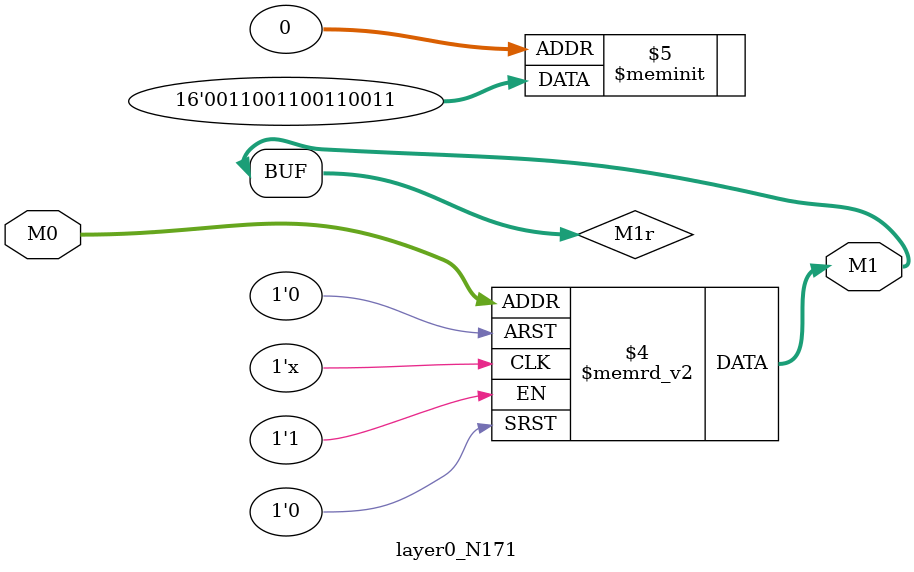
<source format=v>
module layer0_N171 ( input [2:0] M0, output [1:0] M1 );

	(*rom_style = "distributed" *) reg [1:0] M1r;
	assign M1 = M1r;
	always @ (M0) begin
		case (M0)
			3'b000: M1r = 2'b11;
			3'b100: M1r = 2'b11;
			3'b010: M1r = 2'b11;
			3'b110: M1r = 2'b11;
			3'b001: M1r = 2'b00;
			3'b101: M1r = 2'b00;
			3'b011: M1r = 2'b00;
			3'b111: M1r = 2'b00;

		endcase
	end
endmodule

</source>
